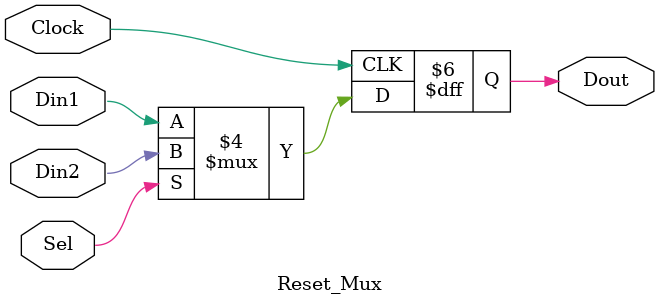
<source format=v>
`timescale	1ns/1ps

module	Reset_Mux(Dout, Din1, Din2, Sel, Clock)	;

output	Dout	;
reg	Dout	;

input	Din1, Din2	;
wire	Din1, Din2	;

input	Sel	;
wire	Sel	;

input	Clock	;
wire	Clock	;


always	@(posedge	Clock)
	begin
		if ( Sel == 1'b1 )
			begin
				Dout <= Din2	;
			end
		else
			begin
				Dout <= Din1	;
			end
	end

endmodule


</source>
